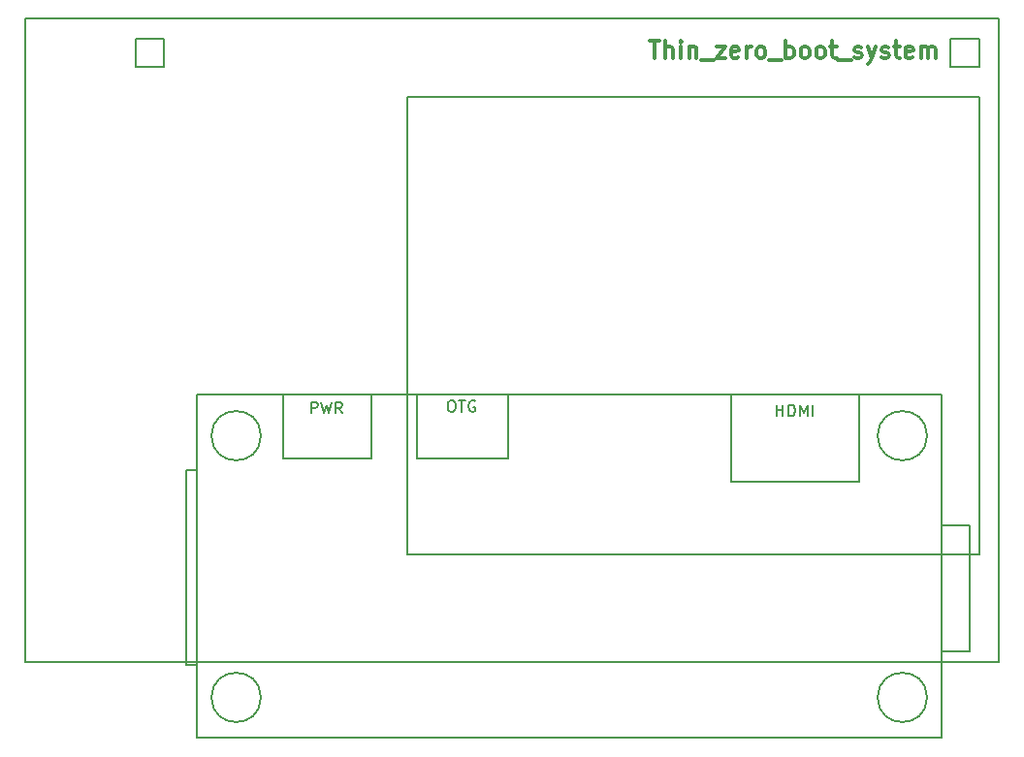
<source format=gbr>
G04 #@! TF.GenerationSoftware,KiCad,Pcbnew,5.0.2+dfsg1-1~bpo9+1*
G04 #@! TF.CreationDate,2019-03-08T11:12:02+00:00*
G04 #@! TF.ProjectId,thin_ZBS_screen,7468696e-5f5a-4425-935f-73637265656e,rev?*
G04 #@! TF.SameCoordinates,Original*
G04 #@! TF.FileFunction,Legend,Top*
G04 #@! TF.FilePolarity,Positive*
%FSLAX46Y46*%
G04 Gerber Fmt 4.6, Leading zero omitted, Abs format (unit mm)*
G04 Created by KiCad (PCBNEW 5.0.2+dfsg1-1~bpo9+1) date Fri 08 Mar 2019 11:12:02 GMT*
%MOMM*%
%LPD*%
G01*
G04 APERTURE LIST*
%ADD10C,0.300000*%
%ADD11C,0.150000*%
G04 APERTURE END LIST*
D10*
X155640071Y-47565571D02*
X156497214Y-47565571D01*
X156068642Y-49065571D02*
X156068642Y-47565571D01*
X156997214Y-49065571D02*
X156997214Y-47565571D01*
X157640071Y-49065571D02*
X157640071Y-48279857D01*
X157568642Y-48137000D01*
X157425785Y-48065571D01*
X157211499Y-48065571D01*
X157068642Y-48137000D01*
X156997214Y-48208428D01*
X158354357Y-49065571D02*
X158354357Y-48065571D01*
X158354357Y-47565571D02*
X158282928Y-47637000D01*
X158354357Y-47708428D01*
X158425785Y-47637000D01*
X158354357Y-47565571D01*
X158354357Y-47708428D01*
X159068642Y-48065571D02*
X159068642Y-49065571D01*
X159068642Y-48208428D02*
X159140071Y-48137000D01*
X159282928Y-48065571D01*
X159497214Y-48065571D01*
X159640071Y-48137000D01*
X159711499Y-48279857D01*
X159711499Y-49065571D01*
X160068642Y-49208428D02*
X161211499Y-49208428D01*
X161425785Y-48065571D02*
X162211499Y-48065571D01*
X161425785Y-49065571D01*
X162211499Y-49065571D01*
X163354357Y-48994142D02*
X163211499Y-49065571D01*
X162925785Y-49065571D01*
X162782928Y-48994142D01*
X162711499Y-48851285D01*
X162711499Y-48279857D01*
X162782928Y-48137000D01*
X162925785Y-48065571D01*
X163211499Y-48065571D01*
X163354357Y-48137000D01*
X163425785Y-48279857D01*
X163425785Y-48422714D01*
X162711499Y-48565571D01*
X164068642Y-49065571D02*
X164068642Y-48065571D01*
X164068642Y-48351285D02*
X164140071Y-48208428D01*
X164211499Y-48137000D01*
X164354357Y-48065571D01*
X164497214Y-48065571D01*
X165211499Y-49065571D02*
X165068642Y-48994142D01*
X164997214Y-48922714D01*
X164925785Y-48779857D01*
X164925785Y-48351285D01*
X164997214Y-48208428D01*
X165068642Y-48137000D01*
X165211499Y-48065571D01*
X165425785Y-48065571D01*
X165568642Y-48137000D01*
X165640071Y-48208428D01*
X165711499Y-48351285D01*
X165711499Y-48779857D01*
X165640071Y-48922714D01*
X165568642Y-48994142D01*
X165425785Y-49065571D01*
X165211499Y-49065571D01*
X165997214Y-49208428D02*
X167140071Y-49208428D01*
X167497214Y-49065571D02*
X167497214Y-47565571D01*
X167497214Y-48137000D02*
X167640071Y-48065571D01*
X167925785Y-48065571D01*
X168068642Y-48137000D01*
X168140071Y-48208428D01*
X168211499Y-48351285D01*
X168211499Y-48779857D01*
X168140071Y-48922714D01*
X168068642Y-48994142D01*
X167925785Y-49065571D01*
X167640071Y-49065571D01*
X167497214Y-48994142D01*
X169068642Y-49065571D02*
X168925785Y-48994142D01*
X168854357Y-48922714D01*
X168782928Y-48779857D01*
X168782928Y-48351285D01*
X168854357Y-48208428D01*
X168925785Y-48137000D01*
X169068642Y-48065571D01*
X169282928Y-48065571D01*
X169425785Y-48137000D01*
X169497214Y-48208428D01*
X169568642Y-48351285D01*
X169568642Y-48779857D01*
X169497214Y-48922714D01*
X169425785Y-48994142D01*
X169282928Y-49065571D01*
X169068642Y-49065571D01*
X170425785Y-49065571D02*
X170282928Y-48994142D01*
X170211499Y-48922714D01*
X170140071Y-48779857D01*
X170140071Y-48351285D01*
X170211499Y-48208428D01*
X170282928Y-48137000D01*
X170425785Y-48065571D01*
X170640071Y-48065571D01*
X170782928Y-48137000D01*
X170854357Y-48208428D01*
X170925785Y-48351285D01*
X170925785Y-48779857D01*
X170854357Y-48922714D01*
X170782928Y-48994142D01*
X170640071Y-49065571D01*
X170425785Y-49065571D01*
X171354357Y-48065571D02*
X171925785Y-48065571D01*
X171568642Y-47565571D02*
X171568642Y-48851285D01*
X171640071Y-48994142D01*
X171782928Y-49065571D01*
X171925785Y-49065571D01*
X172068642Y-49208428D02*
X173211499Y-49208428D01*
X173497214Y-48994142D02*
X173640071Y-49065571D01*
X173925785Y-49065571D01*
X174068642Y-48994142D01*
X174140071Y-48851285D01*
X174140071Y-48779857D01*
X174068642Y-48637000D01*
X173925785Y-48565571D01*
X173711499Y-48565571D01*
X173568642Y-48494142D01*
X173497214Y-48351285D01*
X173497214Y-48279857D01*
X173568642Y-48137000D01*
X173711499Y-48065571D01*
X173925785Y-48065571D01*
X174068642Y-48137000D01*
X174640071Y-48065571D02*
X174997214Y-49065571D01*
X175354357Y-48065571D02*
X174997214Y-49065571D01*
X174854357Y-49422714D01*
X174782928Y-49494142D01*
X174640071Y-49565571D01*
X175854357Y-48994142D02*
X175997214Y-49065571D01*
X176282928Y-49065571D01*
X176425785Y-48994142D01*
X176497214Y-48851285D01*
X176497214Y-48779857D01*
X176425785Y-48637000D01*
X176282928Y-48565571D01*
X176068642Y-48565571D01*
X175925785Y-48494142D01*
X175854357Y-48351285D01*
X175854357Y-48279857D01*
X175925785Y-48137000D01*
X176068642Y-48065571D01*
X176282928Y-48065571D01*
X176425785Y-48137000D01*
X176925785Y-48065571D02*
X177497214Y-48065571D01*
X177140071Y-47565571D02*
X177140071Y-48851285D01*
X177211499Y-48994142D01*
X177354357Y-49065571D01*
X177497214Y-49065571D01*
X178568642Y-48994142D02*
X178425785Y-49065571D01*
X178140071Y-49065571D01*
X177997214Y-48994142D01*
X177925785Y-48851285D01*
X177925785Y-48279857D01*
X177997214Y-48137000D01*
X178140071Y-48065571D01*
X178425785Y-48065571D01*
X178568642Y-48137000D01*
X178640071Y-48279857D01*
X178640071Y-48422714D01*
X177925785Y-48565571D01*
X179282928Y-49065571D02*
X179282928Y-48065571D01*
X179282928Y-48208428D02*
X179354357Y-48137000D01*
X179497214Y-48065571D01*
X179711499Y-48065571D01*
X179854357Y-48137000D01*
X179925785Y-48279857D01*
X179925785Y-49065571D01*
X179925785Y-48279857D02*
X179997214Y-48137000D01*
X180140071Y-48065571D01*
X180354357Y-48065571D01*
X180497214Y-48137000D01*
X180568642Y-48279857D01*
X180568642Y-49065571D01*
D11*
G04 #@! TO.C,U1*
X186118500Y-101790500D02*
X101092000Y-101790500D01*
X186118500Y-101790500D02*
X186118500Y-45593000D01*
X101092000Y-101790500D02*
X101092000Y-45593000D01*
X101092000Y-45593000D02*
X186118500Y-45593000D01*
G04 #@! TO.C,U2*
X123444000Y-108458000D02*
X173736000Y-108458000D01*
X116078000Y-108458000D02*
X123444000Y-108458000D01*
X116078000Y-108458000D02*
X116078000Y-78486000D01*
X181102000Y-108458000D02*
X173736000Y-108458000D01*
X181102000Y-108458000D02*
X181102000Y-78486000D01*
X181102000Y-78486000D02*
X116078000Y-78486000D01*
X162687000Y-78486000D02*
X162687000Y-86106000D01*
X162687000Y-86106000D02*
X173863000Y-86106000D01*
X173863000Y-86106000D02*
X173863000Y-78486000D01*
X131318000Y-78486000D02*
X131318000Y-84074000D01*
X131318000Y-84074000D02*
X123571000Y-84074000D01*
X123571000Y-84074000D02*
X123571000Y-78486000D01*
X143256000Y-78486000D02*
X143256000Y-84074000D01*
X143256000Y-84074000D02*
X135255000Y-84074000D01*
X135255000Y-84074000D02*
X135255000Y-78486000D01*
X179832000Y-82042000D02*
G75*
G03X179832000Y-82042000I-2159000J0D01*
G01*
X179832000Y-104902000D02*
G75*
G03X179832000Y-104902000I-2159000J0D01*
G01*
X121666000Y-104902000D02*
G75*
G03X121666000Y-104902000I-2159000J0D01*
G01*
X121666000Y-82042000D02*
G75*
G03X121666000Y-82042000I-2159000J0D01*
G01*
X183578500Y-89852500D02*
X183578500Y-100901500D01*
X183578500Y-100901500D02*
X181102000Y-100901500D01*
X183578500Y-89852500D02*
X181102000Y-89852500D01*
X115125500Y-102108000D02*
X115125500Y-85090000D01*
X115125500Y-85090000D02*
X116078000Y-85090000D01*
X115125500Y-102108000D02*
X116078000Y-102108000D01*
G04 #@! TO.C,BT1*
X184442100Y-92456000D02*
X184442100Y-52451000D01*
X184442100Y-52451000D02*
X134429500Y-52451000D01*
X184442100Y-92456000D02*
X134429500Y-92456000D01*
X134429500Y-52451000D02*
X134429500Y-92456000D01*
G04 #@! TO.C,U5*
X110705900Y-47332900D02*
X113195100Y-47332900D01*
X113195100Y-47332900D02*
X113195100Y-49822100D01*
X113195100Y-49822100D02*
X110705900Y-49822100D01*
X110705900Y-49822100D02*
X110705900Y-47332900D01*
G04 #@! TO.C,U6*
X181889400Y-49822100D02*
X181889400Y-47332900D01*
X184378600Y-49822100D02*
X181889400Y-49822100D01*
X184378600Y-47332900D02*
X184378600Y-49822100D01*
X181889400Y-47332900D02*
X184378600Y-47332900D01*
G04 #@! TO.C,U2*
X166679761Y-80335380D02*
X166679761Y-79335380D01*
X166679761Y-79811571D02*
X167251190Y-79811571D01*
X167251190Y-80335380D02*
X167251190Y-79335380D01*
X167727380Y-80335380D02*
X167727380Y-79335380D01*
X167965476Y-79335380D01*
X168108333Y-79383000D01*
X168203571Y-79478238D01*
X168251190Y-79573476D01*
X168298809Y-79763952D01*
X168298809Y-79906809D01*
X168251190Y-80097285D01*
X168203571Y-80192523D01*
X168108333Y-80287761D01*
X167965476Y-80335380D01*
X167727380Y-80335380D01*
X168727380Y-80335380D02*
X168727380Y-79335380D01*
X169060714Y-80049666D01*
X169394047Y-79335380D01*
X169394047Y-80335380D01*
X169870238Y-80335380D02*
X169870238Y-79335380D01*
X138215809Y-78954380D02*
X138406285Y-78954380D01*
X138501523Y-79002000D01*
X138596761Y-79097238D01*
X138644380Y-79287714D01*
X138644380Y-79621047D01*
X138596761Y-79811523D01*
X138501523Y-79906761D01*
X138406285Y-79954380D01*
X138215809Y-79954380D01*
X138120571Y-79906761D01*
X138025333Y-79811523D01*
X137977714Y-79621047D01*
X137977714Y-79287714D01*
X138025333Y-79097238D01*
X138120571Y-79002000D01*
X138215809Y-78954380D01*
X138930095Y-78954380D02*
X139501523Y-78954380D01*
X139215809Y-79954380D02*
X139215809Y-78954380D01*
X140358666Y-79002000D02*
X140263428Y-78954380D01*
X140120571Y-78954380D01*
X139977714Y-79002000D01*
X139882476Y-79097238D01*
X139834857Y-79192476D01*
X139787238Y-79382952D01*
X139787238Y-79525809D01*
X139834857Y-79716285D01*
X139882476Y-79811523D01*
X139977714Y-79906761D01*
X140120571Y-79954380D01*
X140215809Y-79954380D01*
X140358666Y-79906761D01*
X140406285Y-79859142D01*
X140406285Y-79525809D01*
X140215809Y-79525809D01*
X126047666Y-80081380D02*
X126047666Y-79081380D01*
X126428619Y-79081380D01*
X126523857Y-79129000D01*
X126571476Y-79176619D01*
X126619095Y-79271857D01*
X126619095Y-79414714D01*
X126571476Y-79509952D01*
X126523857Y-79557571D01*
X126428619Y-79605190D01*
X126047666Y-79605190D01*
X126952428Y-79081380D02*
X127190523Y-80081380D01*
X127381000Y-79367095D01*
X127571476Y-80081380D01*
X127809571Y-79081380D01*
X128761952Y-80081380D02*
X128428619Y-79605190D01*
X128190523Y-80081380D02*
X128190523Y-79081380D01*
X128571476Y-79081380D01*
X128666714Y-79129000D01*
X128714333Y-79176619D01*
X128761952Y-79271857D01*
X128761952Y-79414714D01*
X128714333Y-79509952D01*
X128666714Y-79557571D01*
X128571476Y-79605190D01*
X128190523Y-79605190D01*
G04 #@! TD*
M02*

</source>
